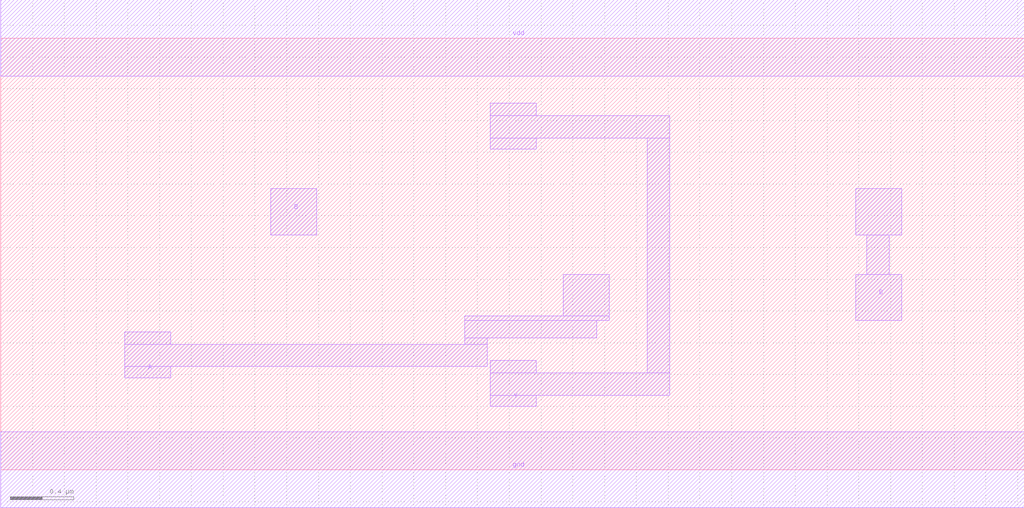
<source format=lef>
VERSION 5.7 ;
  NOWIREEXTENSIONATPIN ON ;
  DIVIDERCHAR "/" ;
  BUSBITCHARS "[]" ;
MACRO XNOR2X1
  CLASS CORE ;
  FOREIGN XNOR2X1 ;
  ORIGIN 0.000 0.000 ;
  SIZE 6.440 BY 2.720 ;
  SYMMETRY X Y R90 ;
  SITE unithd ;
  PIN vdd
    DIRECTION INOUT ;
    USE POWER ;
    SHAPE ABUTMENT ;
    PORT
      LAYER met1 ;
        RECT 0.000 2.480 6.440 2.960 ;
    END
  END vdd
  PIN gnd
    DIRECTION INOUT ;
    USE GROUND ;
    SHAPE ABUTMENT ;
    PORT
      LAYER met1 ;
        RECT 0.000 -0.240 6.440 0.240 ;
    END
  END gnd
  PIN Y
    DIRECTION INOUT ;
    USE SIGNAL ;
    SHAPE ABUTMENT ;
    PORT
      LAYER met1 ;
        RECT 3.080 2.230 3.370 2.310 ;
        RECT 3.080 2.090 4.210 2.230 ;
        RECT 3.080 2.020 3.370 2.090 ;
        RECT 3.080 0.610 3.370 0.690 ;
        RECT 4.070 0.610 4.210 2.090 ;
        RECT 3.080 0.470 4.210 0.610 ;
        RECT 3.080 0.400 3.370 0.470 ;
    END
  END Y
  PIN A
    DIRECTION INOUT ;
    USE SIGNAL ;
    SHAPE ABUTMENT ;
    PORT
      LAYER met1 ;
        RECT 3.540 0.970 3.830 1.230 ;
        RECT 2.920 0.940 3.830 0.970 ;
        RECT 0.780 0.790 1.070 0.870 ;
        RECT 2.920 0.830 3.750 0.940 ;
        RECT 2.920 0.790 3.060 0.830 ;
        RECT 0.780 0.650 3.060 0.790 ;
        RECT 0.780 0.580 1.070 0.650 ;
    END
  END A
  PIN B
    DIRECTION INOUT ;
    USE SIGNAL ;
    SHAPE ABUTMENT ;
    PORT
      LAYER met1 ;
        RECT 1.700 1.480 1.990 1.770 ;
    END
    PORT
      LAYER met1 ;
        RECT 5.380 1.480 5.670 1.770 ;
        RECT 5.450 1.230 5.590 1.480 ;
        RECT 5.380 0.940 5.670 1.230 ;
    END
  END B
END XNOR2X1
END LIBRARY


</source>
